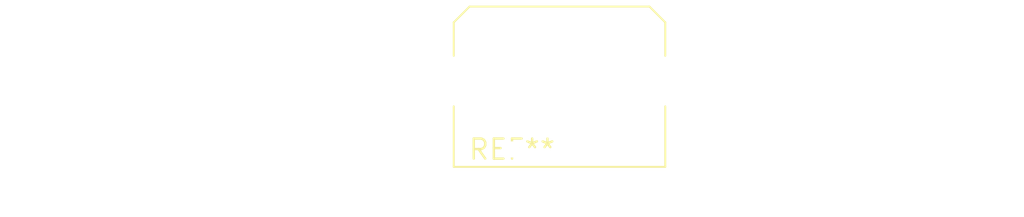
<source format=kicad_pcb>
(kicad_pcb (version 20240108) (generator pcbnew)
  (layers (0 "F.Cu" signal) (31 "B.Cu" signal) (34 "B.Paste" user) (35 "F.Paste" user) (36 "B.SilkS" user "B.Silkscreen") (37 "F.SilkS" user "F.Silkscreen") (38 "B.Mask" user) (39 "F.Mask" user) (44 "Edge.Cuts" user))
  (net 0 "")
  (footprint "Molex_Micro-Fit_3.0_43045-0621_2x03-1MP_P3.00mm_Horizontal" (layer "F.Cu") (at 0 0)
    (property "Reference" "REF**")
    (property "Value" "Molex_Micro-Fit_3.0_43045-0621_2x03-1MP_P3.00mm_Horizontal")
    (fp_line (start -3.685 -8.03) (end -2.685 -9.03) (layer "F.SilkS") (stroke (width 0.12)))
    (fp_line (start -3.685 -5.915) (end -3.685 -8.03) (layer "F.SilkS") (stroke (width 0.12)))
    (fp_line (start -3.685 -2.725) (end -3.685 1.1) (layer "F.SilkS") (stroke (width 0.12)))
    (fp_line (start -3.685 1.1) (end 9.685 1.1) (layer "F.SilkS") (stroke (width 0.12)))
    (fp_line (start -2.685 -9.03) (end 8.685 -9.03) (layer "F.SilkS") (stroke (width 0.12)))
    (fp_line (start 8.685 -9.03) (end 9.685 -8.03) (layer "F.SilkS") (stroke (width 0.12)))
    (fp_line (start 9.685 -8.03) (end 9.685 -5.915) (layer "F.SilkS") (stroke (width 0.12)))
    (fp_line (start 9.685 1.1) (end 9.685 -2.725) (layer "F.SilkS") (stroke (width 0.12)))
    (pad "1" thru_hole roundrect (at 0 0) (size 1.5 1.5) (drill 1.02) (layers *.Cu *.Mask) (remove_unused_layers) (roundrect_rratio 0.166667))
    (pad "2" thru_hole circle (at 3 0) (size 1.5 1.5) (drill 1.02) (layers *.Cu *.Mask) (remove_unused_layers))
    (pad "3" thru_hole circle (at 6 0) (size 1.5 1.5) (drill 1.02) (layers *.Cu *.Mask) (remove_unused_layers))
    (pad "4" thru_hole circle (at 0 3) (size 1.5 1.5) (drill 1.02) (layers *.Cu *.Mask) (remove_unused_layers))
    (pad "5" thru_hole circle (at 3 3) (size 1.5 1.5) (drill 1.02) (layers *.Cu *.Mask) (remove_unused_layers))
    (pad "6" thru_hole circle (at 6 3) (size 1.5 1.5) (drill 1.02) (layers *.Cu *.Mask) (remove_unused_layers))
    (pad "MP" thru_hole circle (at -2.15 -4.32) (size 3.41 3.41) (drill 2.41) (layers *.Cu *.Mask) (remove_unused_layers))
    (pad "MP" thru_hole circle (at 8.15 -4.32) (size 3.41 3.41) (drill 2.41) (layers *.Cu *.Mask) (remove_unused_layers))
  )
)
</source>
